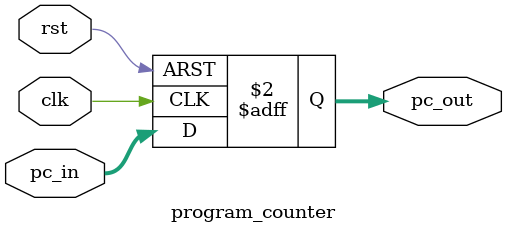
<source format=v>


module program_counter ( clk , rst , pc_in , pc_out );
    input clk,rst;
    input       [31:0]pc_in;  // 32 bit 
    output reg  [31:0]pc_out; //32 bit register

    always @(posedge clk or posedge rst) begin
        if (rst)
        pc_out <=32'b00;
        else
            pc_out <=pc_in;
        end
    
endmodule
</source>
